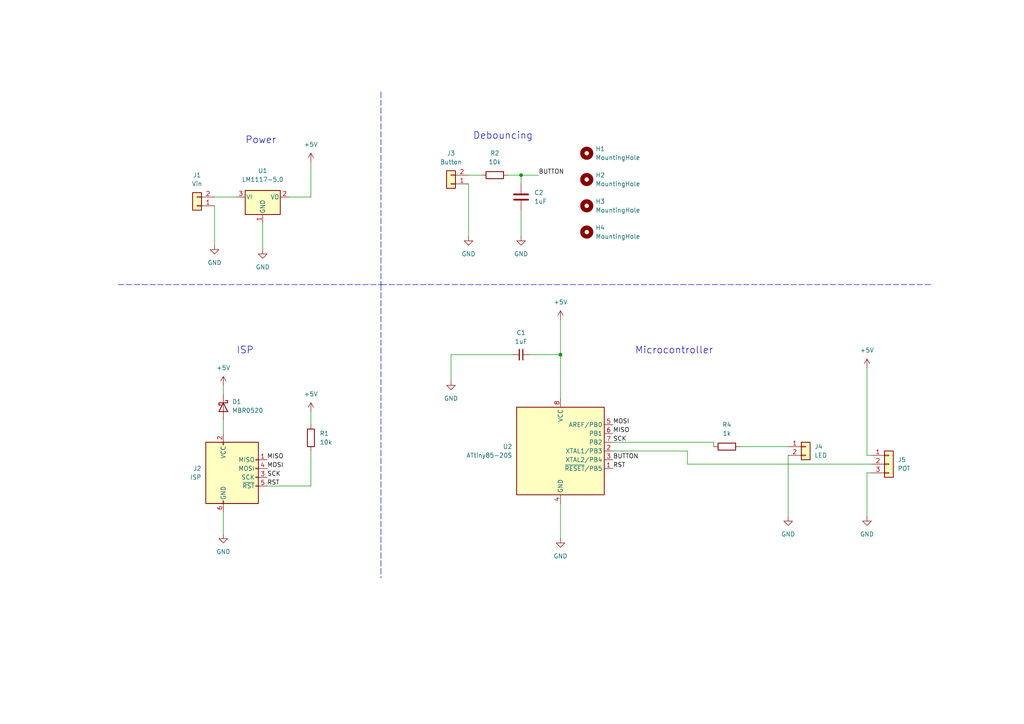
<source format=kicad_sch>
(kicad_sch (version 20211123) (generator eeschema)
  (paper "A4")
  (lib_symbols
    (symbol "Connector:AVR-ISP-6" (pin_names (offset 1.016))
      (property "Reference" "J" (at -6.35 11.43 0))
      (property "Value" "AVR-ISP-6" (at 0 11.43 0))
      (symbol "AVR-ISP-6_0_1"
        (rectangle (start -2.667 -6.858) (end -2.413 -7.62))
        (rectangle (start -2.667 10.16) (end -2.413 9.398))
        (rectangle (start 7.62 -2.413) (end 6.858 -2.667))
        (rectangle (start 7.62 0.127) (end 6.858 -0.127))
        (rectangle (start 7.62 2.667) (end 6.858 2.413))
        (rectangle (start 7.62 5.207) (end 6.858 4.953))
        (rectangle (start 7.62 10.16) (end -7.62 -7.62) (stroke (width 0.254)) (fill (type background)))
      )
      (symbol "AVR-ISP-6_1_1"
        (pin passive line (at 10.16 5.08 180) (length 2.54) (name "MISO") (number "1"))
        (pin passive line (at -2.54 12.7 270) (length 2.54) (name "VCC") (number "2"))
        (pin passive line (at 10.16 0 180) (length 2.54) (name "SCK") (number "3"))
        (pin passive line (at 10.16 2.54 180) (length 2.54) (name "MOSI") (number "4"))
        (pin passive line (at 10.16 -2.54 180) (length 2.54) (name "~{RST}") (number "5"))
        (pin passive line (at -2.54 -10.16 90) (length 2.54) (name "GND") (number "6"))
      )
    )
    (symbol "Connector_Generic:Conn_01x02" (pin_names (offset 1.016) hide)
      (property "Reference" "J" (at 0 2.54 0))
      (property "Value" "Conn_01x02" (at 0 -5.08 0))
      (symbol "Conn_01x02_1_1"
        (rectangle (start -1.27 -2.413) (end 0 -2.667) (stroke (width 0.1524)))
        (rectangle (start -1.27 0.127) (end 0 -0.127) (stroke (width 0.1524)))
        (rectangle (start -1.27 1.27) (end 1.27 -3.81) (stroke (width 0.254)) (fill (type background)))
        (pin passive line (at -5.08 0 0) (length 3.81) (name "Pin_1") (number "1"))
        (pin passive line (at -5.08 -2.54 0) (length 3.81) (name "Pin_2") (number "2"))
      )
    )
    (symbol "Connector_Generic:Conn_01x03" (pin_names (offset 1.016) hide)
      (property "Reference" "J" (at 0 5.08 0))
      (property "Value" "Conn_01x03" (at 0 -5.08 0))
      (symbol "Conn_01x03_1_1"
        (rectangle (start -1.27 -2.413) (end 0 -2.667) (stroke (width 0.1524)))
        (rectangle (start -1.27 0.127) (end 0 -0.127) (stroke (width 0.1524)))
        (rectangle (start -1.27 2.667) (end 0 2.413) (stroke (width 0.1524)))
        (rectangle (start -1.27 3.81) (end 1.27 -3.81) (stroke (width 0.254)) (fill (type background)))
        (pin passive line (at -5.08 2.54 0) (length 3.81) (name "Pin_1") (number "1"))
        (pin passive line (at -5.08 0 0) (length 3.81) (name "Pin_2") (number "2"))
        (pin passive line (at -5.08 -2.54 0) (length 3.81) (name "Pin_3") (number "3"))
      )
    )
    (symbol "Device:C" (pin_numbers hide) (pin_names (offset 0.254))
      (property "Reference" "C" (at 0.635 2.54 0))
      (property "Value" "C" (at 0.635 -2.54 0))
      (symbol "C_0_1"
        (polyline (pts (xy -2.032 -0.762) (xy 2.032 -0.762)) (stroke (width 0.508)))
        (polyline (pts (xy -2.032 0.762) (xy 2.032 0.762)) (stroke (width 0.508)))
      )
      (symbol "C_1_1"
        (pin passive line (at 0 3.81 270) (length 2.794) (name "~") (number "1"))
        (pin passive line (at 0 -3.81 90) (length 2.794) (name "~") (number "2"))
      )
    )
    (symbol "Device:C_Small" (pin_numbers hide) (pin_names (offset 0.254) hide)
      (property "Reference" "C" (at 0.254 1.778 0))
      (property "Value" "C_Small" (at 0.254 -2.032 0))
      (symbol "C_Small_0_1"
        (polyline (pts (xy -1.524 -0.508) (xy 1.524 -0.508)) (stroke (width 0.3302)))
        (polyline (pts (xy -1.524 0.508) (xy 1.524 0.508)) (stroke (width 0.3048)))
      )
      (symbol "C_Small_1_1"
        (pin passive line (at 0 2.54 270) (length 2.032) (name "~") (number "1"))
        (pin passive line (at 0 -2.54 90) (length 2.032) (name "~") (number "2"))
      )
    )
    (symbol "Device:R" (pin_numbers hide) (pin_names (offset 0))
      (property "Reference" "R" (at 2.032 0 90))
      (property "Value" "R" (at 0 0 90))
      (symbol "R_0_1"
        (rectangle (start -1.016 -2.54) (end 1.016 2.54) (stroke (width 0.254)))
      )
      (symbol "R_1_1"
        (pin passive line (at 0 3.81 270) (length 1.27) (name "~") (number "1"))
        (pin passive line (at 0 -3.81 90) (length 1.27) (name "~") (number "2"))
      )
    )
    (symbol "Diode:MBR0520" (pin_numbers hide) (pin_names (offset 1.016) hide)
      (property "Reference" "D" (at 0 2.54 0))
      (property "Value" "MBR0520" (at 0 -2.54 0))
      (symbol "MBR0520_0_1"
        (polyline (pts (xy 1.27 0) (xy -1.27 0)))
        (polyline (pts (xy 1.27 1.27) (xy 1.27 -1.27) (xy -1.27 0) (xy 1.27 1.27)) (stroke (width 0.254)))
        (polyline (pts (xy -1.905 0.635) (xy -1.905 1.27) (xy -1.27 1.27) (xy -1.27 -1.27) (xy -0.635 -1.27) (xy -0.635 -0.635)) (stroke (width 0.254)))
      )
      (symbol "MBR0520_1_1"
        (pin passive line (at -3.81 0 0) (length 2.54) (name "K") (number "1"))
        (pin passive line (at 3.81 0 180) (length 2.54) (name "A") (number "2"))
      )
    )
    (symbol "MCU_Microchip_ATtiny:ATtiny85-20S"
      (property "Reference" "U" (at -12.7 13.97 0))
      (property "Value" "ATtiny85-20S" (at 2.54 -13.97 0))
      (symbol "ATtiny85-20S_0_1"
        (rectangle (start -12.7 -12.7) (end 12.7 12.7) (stroke (width 0.254)) (fill (type background)))
      )
      (symbol "ATtiny85-20S_1_1"
        (pin bidirectional line (at 15.24 -5.08 180) (length 2.54) (name "~{RESET}/PB5") (number "1"))
        (pin bidirectional line (at 15.24 0 180) (length 2.54) (name "XTAL1/PB3") (number "2"))
        (pin bidirectional line (at 15.24 -2.54 180) (length 2.54) (name "XTAL2/PB4") (number "3"))
        (pin power_in line (at 0 -15.24 90) (length 2.54) (name "GND") (number "4"))
        (pin bidirectional line (at 15.24 7.62 180) (length 2.54) (name "AREF/PB0") (number "5"))
        (pin bidirectional line (at 15.24 5.08 180) (length 2.54) (name "PB1") (number "6"))
        (pin bidirectional line (at 15.24 2.54 180) (length 2.54) (name "PB2") (number "7"))
        (pin power_in line (at 0 15.24 270) (length 2.54) (name "VCC") (number "8"))
      )
    )
    (symbol "Mechanical:MountingHole" (pin_names (offset 1.016))
      (property "Reference" "H" (at 0 5.08 0))
      (property "Value" "MountingHole" (at 0 3.175 0))
      (symbol "MountingHole_0_1"
        (circle (center 0 0) (radius 1.27) (stroke (width 1.27)))
      )
    )
    (symbol "Regulator_Linear:LM1117-5.0" (pin_names (offset 0.254))
      (property "Reference" "U" (at -3.81 3.175 0))
      (property "Value" "LM1117-5.0" (at 0 3.175 0))
      (symbol "LM1117-5.0_0_1"
        (rectangle (start -5.08 -5.08) (end 5.08 1.905) (stroke (width 0.254)) (fill (type background)))
      )
      (symbol "LM1117-5.0_1_1"
        (pin power_in line (at 0 -7.62 90) (length 2.54) (name "GND") (number "1"))
        (pin power_out line (at 7.62 0 180) (length 2.54) (name "VO") (number "2"))
        (pin power_in line (at -7.62 0 0) (length 2.54) (name "VI") (number "3"))
      )
    )
    (symbol "power:+5V" (power) (pin_names (offset 0))
      (property "Value" "+5V" (at 0 3.556 0))
      (symbol "+5V_0_1"
        (polyline (pts (xy -0.762 1.27) (xy 0 2.54)))
        (polyline (pts (xy 0 0) (xy 0 2.54)))
        (polyline (pts (xy 0 2.54) (xy 0.762 1.27)))
      )
      (symbol "+5V_1_1"
        (pin power_in line (at 0 0 90) (length 0) hide (name "+5V") (number "1"))
      )
    )
    (symbol "power:GND" (power) (pin_names (offset 0))
      (property "Value" "GND" (at 0 -3.81 0))
      (symbol "GND_0_1"
        (polyline (pts (xy 0 0) (xy 0 -1.27) (xy 1.27 -1.27) (xy 0 -2.54) (xy -1.27 -1.27) (xy 0 -1.27)))
      )
      (symbol "GND_1_1"
        (pin power_in line (at 0 0 270) (length 0) hide (name "GND") (number "1"))
      )
    )
  )
  (junction (at 151.13 50.8))
  (junction (at 162.56 102.87))
  (wire (pts (xy 83.82 57.15) (xy 90.17 57.15)))
  (wire (pts (xy 135.89 50.8) (xy 139.7 50.8)))
  (wire (pts (xy 252.73 137.16) (xy 251.46 137.16)))
  (wire (pts (xy 64.77 148.59) (xy 64.77 154.94)))
  (wire (pts (xy 76.2 64.77) (xy 76.2 72.39)))
  (wire (pts (xy 90.17 119.38) (xy 90.17 123.19)))
  (wire (pts (xy 151.13 60.96) (xy 151.13 68.58)))
  (wire (pts (xy 62.23 57.15) (xy 68.58 57.15)))
  (polyline (pts (xy 110.49 26.67) (xy 110.49 82.55)))
  (polyline (pts (xy 110.49 82.55) (xy 110.49 167.64)))
  (wire (pts (xy 162.56 92.71) (xy 162.56 102.87)))
  (polyline (pts (xy 34.29 82.55) (xy 110.49 82.55)))
  (wire (pts (xy 90.17 140.97) (xy 77.47 140.97)))
  (wire (pts (xy 214.63 129.54) (xy 228.6 129.54)))
  (polyline (pts (xy 110.49 82.55) (xy 270.51 82.55)))
  (wire (pts (xy 251.46 137.16) (xy 251.46 149.86)))
  (wire (pts (xy 251.46 106.68) (xy 251.46 132.08)))
  (wire (pts (xy 130.81 102.87) (xy 148.59 102.87)))
  (wire (pts (xy 162.56 102.87) (xy 162.56 115.57)))
  (wire (pts (xy 135.89 53.34) (xy 135.89 68.58)))
  (wire (pts (xy 251.46 132.08) (xy 252.73 132.08)))
  (wire (pts (xy 199.39 134.62) (xy 252.73 134.62)))
  (wire (pts (xy 64.77 121.92) (xy 64.77 125.73)))
  (wire (pts (xy 162.56 146.05) (xy 162.56 156.21)))
  (wire (pts (xy 207.01 128.27) (xy 207.01 129.54)))
  (wire (pts (xy 64.77 111.76) (xy 64.77 114.3)))
  (wire (pts (xy 90.17 130.81) (xy 90.17 140.97)))
  (wire (pts (xy 147.32 50.8) (xy 151.13 50.8)))
  (wire (pts (xy 151.13 50.8) (xy 156.21 50.8)))
  (wire (pts (xy 130.81 110.49) (xy 130.81 102.87)))
  (wire (pts (xy 177.8 130.81) (xy 199.39 130.81)))
  (wire (pts (xy 90.17 57.15) (xy 90.17 46.99)))
  (wire (pts (xy 162.56 102.87) (xy 153.67 102.87)))
  (wire (pts (xy 177.8 128.27) (xy 207.01 128.27)))
  (wire (pts (xy 228.6 132.08) (xy 228.6 149.86)))
  (wire (pts (xy 151.13 50.8) (xy 151.13 53.34)))
  (wire (pts (xy 199.39 130.81) (xy 199.39 134.62)))
  (wire (pts (xy 62.23 59.69) (xy 62.23 71.12)))
  (text "Power " (at 71.12 41.91 0) (effects (font (size 2 2)) (justify left bottom)))
  (text "ISP" (at 68.58 102.87 0) (effects (font (size 2 2)) (justify left bottom)))
  (text "Debouncing\n" (at 137.16 40.64 0) (effects (font (size 2 2)) (justify left bottom)))
  (text "Microcontroller" (at 184.15 102.87 0) (effects (font (size 2 2)) (justify left bottom)))
  (label "MOSI" (at 77.47 135.89 0))
  (label "BUTTON" (at 177.8 133.35 0))
  (label "MISO" (at 177.8 125.73 0))
  (label "RST" (at 177.8 135.89 0))
  (label "SCK" (at 177.8 128.27 0))
  (label "BUTTON" (at 156.21 50.8 0))
  (label "MOSI" (at 177.8 123.19 0))
  (label "RST" (at 77.47 140.97 0))
  (label "MISO" (at 77.47 133.35 0))
  (label "SCK" (at 77.47 138.43 0))
  (symbol (lib_id "power:+5V") (at 64.77 111.76 0) (unit 1)
    (property "Reference" "#PWR0102" (effects hide))
    (property "Value" "+5V" (at 64.77 106.68 0))
  )
  (symbol (lib_id "Device:C_Small") (at 151.13 102.87 270) (unit 1)
    (property "Reference" "C1" (at 151.1236 96.52 90))
    (property "Value" "1uF" (at 151.1236 99.06 90))
    (property "Footprint" "Capacitor_SMD:C_0805_2012Metric_Pad1.18x1.45mm_HandSolder" (effects hide))
  )
  (symbol (lib_id "Regulator_Linear:LM1117-5.0") (at 76.2 57.15 0) (unit 1)
    (property "Reference" "U1" (at 76.2 49.53 0))
    (property "Value" "LM1117-5.0" (at 76.2 52.07 0))
    (property "Footprint" "Package_TO_SOT_SMD:SOT-223" (effects hide))
    (property "Datasheet" "http://www.ti.com/lit/ds/symlink/lm1117.pdf" (effects hide))
  )
  (symbol (lib_id "Device:R") (at 143.51 50.8 270) (unit 1)
    (property "Reference" "R2" (at 143.51 44.45 90))
    (property "Value" "10k" (at 143.51 46.99 90))
    (property "Footprint" "Resistor_SMD:R_0805_2012Metric_Pad1.20x1.40mm_HandSolder" (effects hide))
  )
  (symbol (lib_id "Connector:AVR-ISP-6") (at 67.31 138.43 0) (unit 1)
    (property "Reference" "J2" (at 58.42 135.8899 0) (effects (justify right)))
    (property "Value" "ISP" (at 58.42 138.4299 0) (effects (justify right)))
    (property "Footprint" "Connector_IDC:IDC-Header_2x03_P2.54mm_Vertical" (effects hide))
    (property "Datasheet" " ~" (effects hide))
  )
  (symbol (lib_id "Mechanical:MountingHole") (at 170.18 52.07 0) (unit 1)
    (property "Reference" "H2" (at 172.72 50.7999 0) (effects (justify left)))
    (property "Value" "MountingHole" (at 172.72 53.3399 0) (effects (justify left)))
    (property "Footprint" "MountingHole:MountingHole_3.2mm_M3" (effects hide))
  )
  (symbol (lib_id "Device:C") (at 151.13 57.15 0) (unit 1)
    (property "Reference" "C2" (at 154.94 55.8799 0) (effects (justify left)))
    (property "Value" "1uF" (at 154.94 58.4199 0) (effects (justify left)))
    (property "Footprint" "Capacitor_SMD:C_0805_2012Metric_Pad1.18x1.45mm_HandSolder" (effects hide))
  )
  (symbol (lib_id "Connector_Generic:Conn_01x02") (at 233.68 129.54 0) (unit 1)
    (property "Reference" "J4" (at 236.22 129.5399 0) (effects (justify left)))
    (property "Value" "LED" (at 236.22 132.0799 0) (effects (justify left)))
    (property "Footprint" "Connector_Molex:Molex_KK-254_AE-6410-02A_1x02_P2.54mm_Vertical" (effects hide))
  )
  (symbol (lib_id "Mechanical:MountingHole") (at 170.18 44.45 0) (unit 1)
    (property "Reference" "H1" (at 172.72 43.1799 0) (effects (justify left)))
    (property "Value" "MountingHole" (at 172.72 45.7199 0) (effects (justify left)))
    (property "Footprint" "MountingHole:MountingHole_3.2mm_M3" (effects hide))
  )
  (symbol (lib_id "power:+5V") (at 90.17 46.99 0) (unit 1)
    (property "Reference" "#PWR0104" (effects hide))
    (property "Value" "+5V" (at 90.17 41.91 0))
  )
  (symbol (lib_id "Device:R") (at 90.17 127 0) (unit 1)
    (property "Reference" "R1" (at 92.71 125.7299 0) (effects (justify left)))
    (property "Value" "10k" (at 92.71 128.2699 0) (effects (justify left)))
    (property "Footprint" "Resistor_SMD:R_0805_2012Metric_Pad1.20x1.40mm_HandSolder" (effects hide))
  )
  (symbol (lib_id "power:+5V") (at 251.46 106.68 0) (unit 1)
    (property "Reference" "#PWR0109" (effects hide))
    (property "Value" "+5V" (at 251.46 101.6 0))
  )
  (symbol (lib_id "power:GND") (at 228.6 149.86 0) (unit 1)
    (property "Reference" "#PWR0108" (effects hide))
    (property "Value" "GND" (at 228.6 154.94 0))
  )
  (symbol (lib_id "Device:R") (at 210.82 129.54 270) (unit 1)
    (property "Reference" "R4" (at 210.82 123.19 90))
    (property "Value" "1k" (at 210.82 125.73 90))
    (property "Footprint" "Resistor_SMD:R_0805_2012Metric_Pad1.20x1.40mm_HandSolder" (effects hide))
  )
  (symbol (lib_id "power:GND") (at 62.23 71.12 0) (unit 1)
    (property "Reference" "#PWR0105" (effects hide))
    (property "Value" "GND" (at 62.23 76.2 0))
  )
  (symbol (lib_id "power:GND") (at 162.56 156.21 0) (unit 1)
    (property "Reference" "#PWR0110" (effects hide))
    (property "Value" "GND" (at 162.56 161.29 0))
  )
  (symbol (lib_id "Mechanical:MountingHole") (at 170.18 59.69 0) (unit 1)
    (property "Reference" "H3" (at 172.72 58.4199 0) (effects (justify left)))
    (property "Value" "MountingHole" (at 172.72 60.9599 0) (effects (justify left)))
    (property "Footprint" "MountingHole:MountingHole_3.2mm_M3" (effects hide))
  )
  (symbol (lib_id "power:GND") (at 130.81 110.49 0) (unit 1)
    (property "Reference" "#PWR0111" (effects hide))
    (property "Value" "GND" (at 130.81 115.57 0))
  )
  (symbol (lib_id "power:GND") (at 151.13 68.58 0) (unit 1)
    (property "Reference" "#PWR0114" (effects hide))
    (property "Value" "GND" (at 151.13 73.66 0))
  )
  (symbol (lib_id "Connector_Generic:Conn_01x02") (at 57.15 59.69 180) (unit 1)
    (property "Reference" "J1" (at 57.15 50.8 0))
    (property "Value" "Vin" (at 57.15 53.34 0))
    (property "Footprint" "Connector_Molex:Molex_KK-254_AE-6410-02A_1x02_P2.54mm_Vertical" (effects hide))
  )
  (symbol (lib_id "power:+5V") (at 90.17 119.38 0) (unit 1)
    (property "Reference" "#PWR0101" (effects hide))
    (property "Value" "+5V" (at 90.17 114.3 0))
  )
  (symbol (lib_id "power:GND") (at 64.77 154.94 0) (unit 1)
    (property "Reference" "#PWR0106" (effects hide))
    (property "Value" "GND" (at 64.77 160.02 0))
  )
  (symbol (lib_id "Diode:MBR0520") (at 64.77 118.11 270) (unit 1)
    (property "Reference" "D1" (at 67.31 116.5224 90) (effects (justify left)))
    (property "Value" "MBR0520" (at 67.31 119.0624 90) (effects (justify left)))
    (property "Footprint" "Diode_SMD:D_SOD-123" (effects hide))
    (property "Datasheet" "http://www.mccsemi.com/up_pdf/MBR0520~MBR0580(SOD123).pdf" (effects hide))
  )
  (symbol (lib_id "Connector_Generic:Conn_01x03") (at 257.81 134.62 0) (unit 1)
    (property "Reference" "J5" (at 260.35 133.3499 0) (effects (justify left)))
    (property "Value" "POT" (at 260.35 135.8899 0) (effects (justify left)))
    (property "Footprint" "Connector_Molex:Molex_KK-254_AE-6410-03A_1x03_P2.54mm_Vertical" (effects hide))
  )
  (symbol (lib_id "Connector_Generic:Conn_01x02") (at 130.81 53.34 180) (unit 1)
    (property "Reference" "J3" (at 130.81 44.45 0))
    (property "Value" "Button" (at 130.81 46.99 0))
    (property "Footprint" "Connector_Molex:Molex_KK-254_AE-6410-02A_1x02_P2.54mm_Vertical" (effects hide))
  )
  (symbol (lib_id "power:GND") (at 76.2 72.39 0) (unit 1)
    (property "Reference" "#PWR0103" (effects hide))
    (property "Value" "GND" (at 76.2 77.47 0))
  )
  (symbol (lib_id "power:+5V") (at 162.56 92.71 0) (unit 1)
    (property "Reference" "#PWR0112" (effects hide))
    (property "Value" "+5V" (at 162.56 87.63 0))
  )
  (symbol (lib_id "power:GND") (at 251.46 149.86 0) (unit 1)
    (property "Reference" "#PWR0107" (effects hide))
    (property "Value" "GND" (at 251.46 154.94 0))
  )
  (symbol (lib_id "Mechanical:MountingHole") (at 170.18 67.31 0) (unit 1)
    (property "Reference" "H4" (at 172.72 66.0399 0) (effects (justify left)))
    (property "Value" "MountingHole" (at 172.72 68.5799 0) (effects (justify left)))
    (property "Footprint" "MountingHole:MountingHole_3.2mm_M3" (effects hide))
  )
  (symbol (lib_id "power:GND") (at 135.89 68.58 0) (unit 1)
    (property "Reference" "#PWR0113" (effects hide))
    (property "Value" "GND" (at 135.89 73.66 0))
  )
  (symbol (lib_id "MCU_Microchip_ATtiny:ATtiny85-20S") (at 162.56 130.81 0) (unit 1)
    (property "Reference" "U2" (at 148.59 129.5399 0) (effects (justify right)))
    (property "Value" "ATtiny85-20S" (at 148.59 132.0799 0) (effects (justify right)))
    (property "Footprint" "Package_SO:SOIC-8W_5.3x5.3mm_P1.27mm" (effects hide))
    (property "Datasheet" "http://ww1.microchip.com/downloads/en/DeviceDoc/atmel-2586-avr-8-bit-microcontroller-attiny25-attiny45-attiny85_datasheet.pdf" (effects hide))
  )
)
</source>
